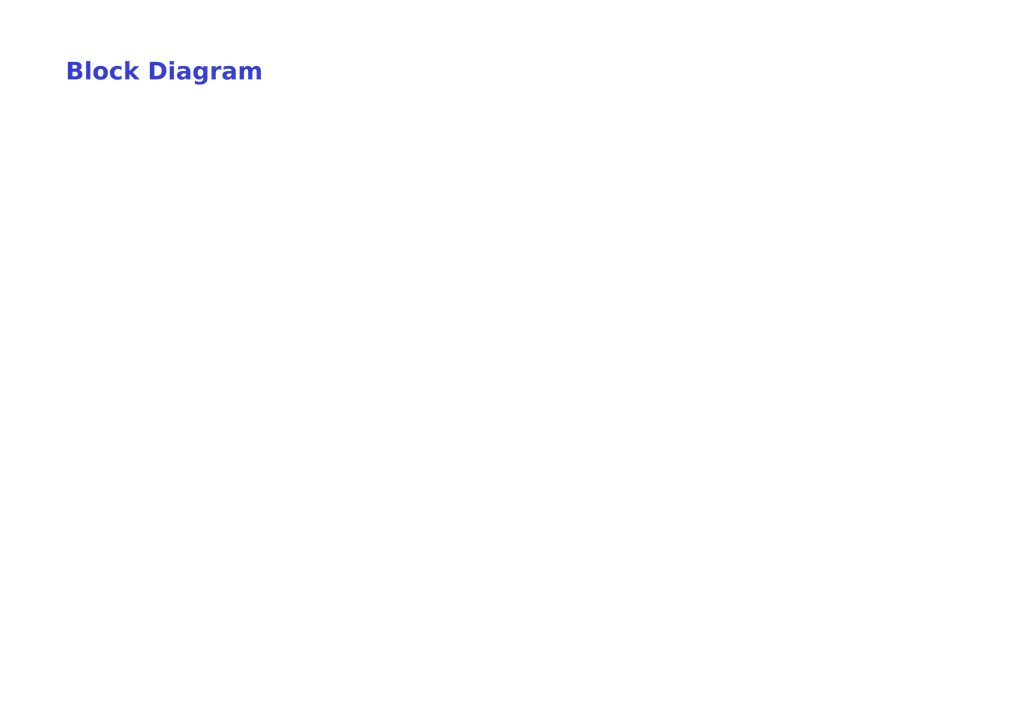
<source format=kicad_sch>
(kicad_sch
	(version 20250114)
	(generator "eeschema")
	(generator_version "9.0")
	(uuid "5103b744-f30a-42b1-b987-3d4be6264b7d")
	(paper "A4")
	(lib_symbols)
	(text "Block Diagram"
		(exclude_from_sim no)
		(at 19.05 25.4 0)
		(effects
			(font
				(face "Arial")
				(size 5 5)
				(bold yes)
				(color 53 60 207 1)
			)
			(justify left bottom)
		)
		(uuid "fa2ff0f8-328f-4bbe-bb2b-12f61c12e51b")
	)
)

</source>
